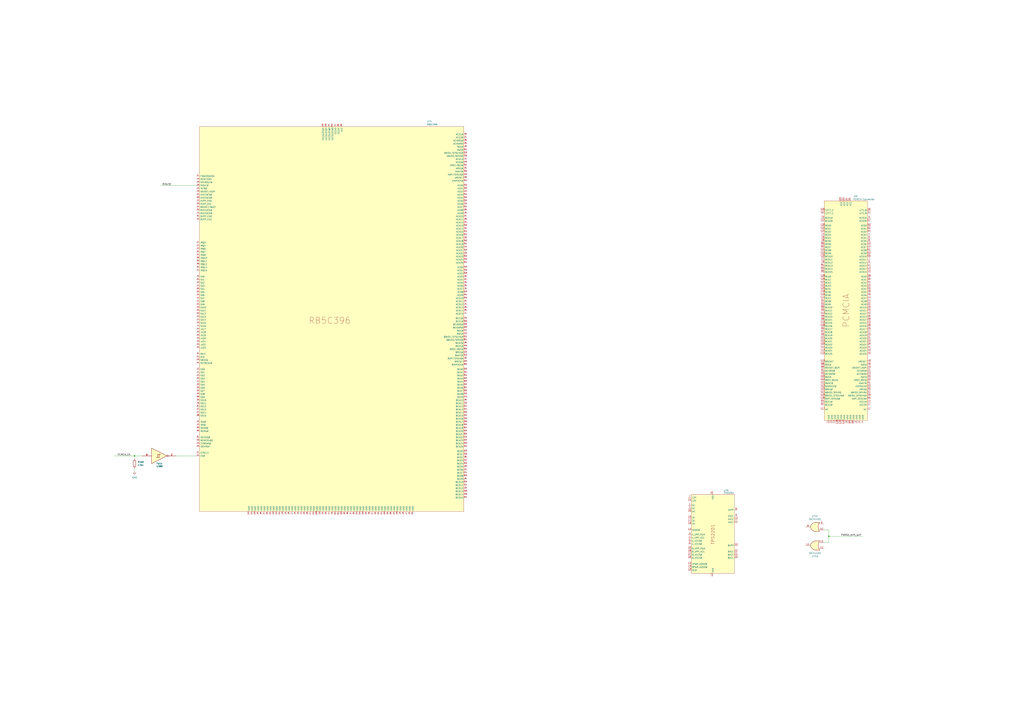
<source format=kicad_sch>
(kicad_sch (version 20250114) (generator "eeschema") (generator_version "9.0")
  (paper "A1")
  (title_block (title "PC110"))
  (lib_symbols
    (symbol "74xGxx:74LVC3G14"
      (property "Reference" "U" (at -2.54 7.62 0))
      (property "Value" "74LVC3G14" (at 2.54 -7.62 0))
      (symbol "74LVC3G14_1_1"
        (polyline (pts (xy -7.62 6.35) (xy -7.62 -6.35) (xy 5.08 0) (xy -7.62 6.35)) (stroke (width 0.254)) (fill (type background)))
        (polyline (pts (xy -3.81 -1.27) (xy -2.54 -1.27) (xy -2.54 1.27) (xy 0 1.27)) (stroke (width 0.254)) (fill (type background)))
        (polyline (pts (xy -2.54 -1.27) (xy -1.27 -1.27) (xy -1.27 1.27)) (stroke (width 0.254)) (fill (type background)))
        (pin input line (at -15.24 0 0) (length 7.62) (name "~") (number "1"))
        (pin output inverted (at 12.7 0 180) (length 7.62) (name "~") (number "7"))
      )
      (symbol "74LVC3G14_2_1"
        (polyline (pts (xy -7.62 6.35) (xy -7.62 -6.35) (xy 5.08 0) (xy -7.62 6.35)) (stroke (width 0.254)) (fill (type background)))
        (polyline (pts (xy -3.81 -1.27) (xy -2.54 -1.27) (xy -2.54 1.27) (xy 0 1.27)) (stroke (width 0.254)) (fill (type background)))
        (polyline (pts (xy -2.54 -1.27) (xy -1.27 -1.27) (xy -1.27 1.27)) (stroke (width 0.254)) (fill (type background)))
        (pin input line (at -15.24 0 0) (length 7.62) (name "~") (number "6"))
        (pin output inverted (at 12.7 0 180) (length 7.62) (name "~") (number "2"))
      )
      (symbol "74LVC3G14_3_1"
        (polyline (pts (xy -7.62 6.35) (xy -7.62 -6.35) (xy 5.08 0) (xy -7.62 6.35)) (stroke (width 0.254)) (fill (type background)))
        (polyline (pts (xy -3.81 -1.27) (xy -2.54 -1.27) (xy -2.54 1.27) (xy 0 1.27)) (stroke (width 0.254)) (fill (type background)))
        (polyline (pts (xy -2.54 -1.27) (xy -1.27 -1.27) (xy -1.27 1.27)) (stroke (width 0.254)) (fill (type background)))
        (pin input line (at -15.24 0 0) (length 7.62) (name "~") (number "3"))
        (pin output inverted (at 12.7 0 180) (length 7.62) (name "~") (number "5"))
      )
      (symbol "74LVC3G14_4_0"
        (rectangle (start -5.08 -5.08) (end 5.08 5.08) (stroke (width 0.254)) (fill (type background)))
      )
      (symbol "74LVC3G14_4_1"
        (pin power_in line (at 0 10.16 270) (length 5.08) (name "VCC") (number "8"))
        (pin power_in line (at 0 -10.16 90) (length 5.08) (name "GND") (number "4"))
      )
    )
    (symbol "74xx:74LS32" (pin_names (offset 1.016))
      (property "Reference" "U" (at 0 1.27 0))
      (property "Value" "74LS32" (at 0 -1.27 0))
      (symbol "74LS32_1_1"
        (arc (start -3.81 3.81) (mid -2.589 0) (end -3.81 -3.81) (stroke (width 0.254)))
        (polyline (pts (xy -3.81 3.81) (xy -0.635 3.81)) (stroke (width 0.254)) (fill (type background)))
        (polyline (pts (xy -3.81 -3.81) (xy -0.635 -3.81)) (stroke (width 0.254)) (fill (type background)))
        (arc (start 3.81 0) (mid 2.1855 -2.584) (end -0.6096 -3.81) (stroke (width 0.254)) (fill (type background)))
        (arc (start -0.6096 3.81) (mid 2.1928 2.5924) (end 3.81 0) (stroke (width 0.254)) (fill (type background)))
        (polyline (pts (xy -0.635 3.81) (xy -3.81 3.81) (xy -3.81 3.81) (xy -3.556 3.4036) (xy -3.0226 2.2606) (xy -2.6924 1.0414) (xy -2.6162 -0.254) (xy -2.7686 -1.4986) (xy -3.175 -2.7178) (xy -3.81 -3.81) (xy -3.81 -3.81) (xy -0.635 -3.81)) (stroke (width -25.4)) (fill (type background)))
        (pin input line (at -7.62 2.54 0) (length 4.318) (name "~") (number "1"))
        (pin input line (at -7.62 -2.54 0) (length 4.318) (name "~") (number "2"))
        (pin output line (at 7.62 0 180) (length 3.81) (name "~") (number "3"))
      )
      (symbol "74LS32_1_2"
        (arc (start 0 3.81) (mid 3.7934 0) (end 0 -3.81) (stroke (width 0.254)) (fill (type background)))
        (polyline (pts (xy 0 3.81) (xy -3.81 3.81) (xy -3.81 -3.81) (xy 0 -3.81)) (stroke (width 0.254)) (fill (type background)))
        (pin input inverted (at -7.62 2.54 0) (length 3.81) (name "~") (number "1"))
        (pin input inverted (at -7.62 -2.54 0) (length 3.81) (name "~") (number "2"))
        (pin output inverted (at 7.62 0 180) (length 3.81) (name "~") (number "3"))
      )
      (symbol "74LS32_2_1"
        (arc (start -3.81 3.81) (mid -2.589 0) (end -3.81 -3.81) (stroke (width 0.254)))
        (polyline (pts (xy -3.81 3.81) (xy -0.635 3.81)) (stroke (width 0.254)) (fill (type background)))
        (polyline (pts (xy -3.81 -3.81) (xy -0.635 -3.81)) (stroke (width 0.254)) (fill (type background)))
        (arc (start 3.81 0) (mid 2.1855 -2.584) (end -0.6096 -3.81) (stroke (width 0.254)) (fill (type background)))
        (arc (start -0.6096 3.81) (mid 2.1928 2.5924) (end 3.81 0) (stroke (width 0.254)) (fill (type background)))
        (polyline (pts (xy -0.635 3.81) (xy -3.81 3.81) (xy -3.81 3.81) (xy -3.556 3.4036) (xy -3.0226 2.2606) (xy -2.6924 1.0414) (xy -2.6162 -0.254) (xy -2.7686 -1.4986) (xy -3.175 -2.7178) (xy -3.81 -3.81) (xy -3.81 -3.81) (xy -0.635 -3.81)) (stroke (width -25.4)) (fill (type background)))
        (pin input line (at -7.62 2.54 0) (length 4.318) (name "~") (number "4"))
        (pin input line (at -7.62 -2.54 0) (length 4.318) (name "~") (number "5"))
        (pin output line (at 7.62 0 180) (length 3.81) (name "~") (number "6"))
      )
      (symbol "74LS32_2_2"
        (arc (start 0 3.81) (mid 3.7934 0) (end 0 -3.81) (stroke (width 0.254)) (fill (type background)))
        (polyline (pts (xy 0 3.81) (xy -3.81 3.81) (xy -3.81 -3.81) (xy 0 -3.81)) (stroke (width 0.254)) (fill (type background)))
        (pin input inverted (at -7.62 2.54 0) (length 3.81) (name "~") (number "4"))
        (pin input inverted (at -7.62 -2.54 0) (length 3.81) (name "~") (number "5"))
        (pin output inverted (at 7.62 0 180) (length 3.81) (name "~") (number "6"))
      )
      (symbol "74LS32_3_1"
        (arc (start -3.81 3.81) (mid -2.589 0) (end -3.81 -3.81) (stroke (width 0.254)))
        (polyline (pts (xy -3.81 3.81) (xy -0.635 3.81)) (stroke (width 0.254)) (fill (type background)))
        (polyline (pts (xy -3.81 -3.81) (xy -0.635 -3.81)) (stroke (width 0.254)) (fill (type background)))
        (arc (start 3.81 0) (mid 2.1855 -2.584) (end -0.6096 -3.81) (stroke (width 0.254)) (fill (type background)))
        (arc (start -0.6096 3.81) (mid 2.1928 2.5924) (end 3.81 0) (stroke (width 0.254)) (fill (type background)))
        (polyline (pts (xy -0.635 3.81) (xy -3.81 3.81) (xy -3.81 3.81) (xy -3.556 3.4036) (xy -3.0226 2.2606) (xy -2.6924 1.0414) (xy -2.6162 -0.254) (xy -2.7686 -1.4986) (xy -3.175 -2.7178) (xy -3.81 -3.81) (xy -3.81 -3.81) (xy -0.635 -3.81)) (stroke (width -25.4)) (fill (type background)))
        (pin input line (at -7.62 2.54 0) (length 4.318) (name "~") (number "9"))
        (pin input line (at -7.62 -2.54 0) (length 4.318) (name "~") (number "10"))
        (pin output line (at 7.62 0 180) (length 3.81) (name "~") (number "8"))
      )
      (symbol "74LS32_3_2"
        (arc (start 0 3.81) (mid 3.7934 0) (end 0 -3.81) (stroke (width 0.254)) (fill (type background)))
        (polyline (pts (xy 0 3.81) (xy -3.81 3.81) (xy -3.81 -3.81) (xy 0 -3.81)) (stroke (width 0.254)) (fill (type background)))
        (pin input inverted (at -7.62 2.54 0) (length 3.81) (name "~") (number "9"))
        (pin input inverted (at -7.62 -2.54 0) (length 3.81) (name "~") (number "10"))
        (pin output inverted (at 7.62 0 180) (length 3.81) (name "~") (number "8"))
      )
      (symbol "74LS32_4_1"
        (arc (start -3.81 3.81) (mid -2.589 0) (end -3.81 -3.81) (stroke (width 0.254)))
        (polyline (pts (xy -3.81 3.81) (xy -0.635 3.81)) (stroke (width 0.254)) (fill (type background)))
        (polyline (pts (xy -3.81 -3.81) (xy -0.635 -3.81)) (stroke (width 0.254)) (fill (type background)))
        (arc (start 3.81 0) (mid 2.1855 -2.584) (end -0.6096 -3.81) (stroke (width 0.254)) (fill (type background)))
        (arc (start -0.6096 3.81) (mid 2.1928 2.5924) (end 3.81 0) (stroke (width 0.254)) (fill (type background)))
        (polyline (pts (xy -0.635 3.81) (xy -3.81 3.81) (xy -3.81 3.81) (xy -3.556 3.4036) (xy -3.0226 2.2606) (xy -2.6924 1.0414) (xy -2.6162 -0.254) (xy -2.7686 -1.4986) (xy -3.175 -2.7178) (xy -3.81 -3.81) (xy -3.81 -3.81) (xy -0.635 -3.81)) (stroke (width -25.4)) (fill (type background)))
        (pin input line (at -7.62 2.54 0) (length 4.318) (name "~") (number "12"))
        (pin input line (at -7.62 -2.54 0) (length 4.318) (name "~") (number "13"))
        (pin output line (at 7.62 0 180) (length 3.81) (name "~") (number "11"))
      )
      (symbol "74LS32_4_2"
        (arc (start 0 3.81) (mid 3.7934 0) (end 0 -3.81) (stroke (width 0.254)) (fill (type background)))
        (polyline (pts (xy 0 3.81) (xy -3.81 3.81) (xy -3.81 -3.81) (xy 0 -3.81)) (stroke (width 0.254)) (fill (type background)))
        (pin input inverted (at -7.62 2.54 0) (length 3.81) (name "~") (number "12"))
        (pin input inverted (at -7.62 -2.54 0) (length 3.81) (name "~") (number "13"))
        (pin output inverted (at 7.62 0 180) (length 3.81) (name "~") (number "11"))
      )
      (symbol "74LS32_5_0"
        (pin power_in line (at 0 12.7 270) (length 5.08) (name "VCC") (number "14"))
        (pin power_in line (at 0 -12.7 90) (length 5.08) (name "GND") (number "7"))
      )
      (symbol "74LS32_5_1"
        (rectangle (start -5.08 7.62) (end 5.08 -7.62) (stroke (width 0.254)) (fill (type background)))
      )
    )
    (symbol "Device:R" (pin_numbers (hide yes)) (pin_names (offset 0))
      (property "Reference" "R" (at 2.032 0 90))
      (property "Value" "R" (at 0 0 90))
      (symbol "R_0_1"
        (rectangle (start -1.016 -2.54) (end 1.016 2.54) (stroke (width 0.254)))
      )
      (symbol "R_1_1"
        (pin passive line (at 0 3.81 270) (length 1.27) (name "~") (number "1"))
        (pin passive line (at 0 -3.81 90) (length 1.27) (name "~") (number "2"))
      )
    )
    (symbol "PC110:PCMCIA_Conn"
      (property "Reference" "U" (at -76.962 41.656 0))
      (symbol "PCMCIA_Conn_1_1"
        (rectangle (start -17.78 90.17) (end 17.78 -90.17) (fill (type color) (color 255 255 194 1)))
        (text "PCMCIA" (at 0.254 0 900) (effects (font (size 5.08 5.08))))
        (pin bidirectional line (at -20.32 82.55 0) (length 2.54) (name "C277_1") (number "106"))
        (pin bidirectional line (at -20.32 80.01 0) (length 2.54) (name "C277_1") (number "107"))
        (pin bidirectional line (at -20.32 76.2 0) (length 2.54) (name "BCD1#") (number "75"))
        (pin bidirectional line (at -20.32 73.66 0) (length 2.54) (name "BCD2#") (number "137"))
        (pin bidirectional line (at -20.32 69.85 0) (length 2.54) (name "BCD0") (number "130"))
        (pin bidirectional line (at -20.32 67.31 0) (length 2.54) (name "BCD1") (number "132"))
        (pin bidirectional line (at -20.32 64.77 0) (length 2.54) (name "BCD2") (number "134"))
        (pin bidirectional line (at -20.32 62.23 0) (length 2.54) (name "BCD3") (number "74"))
        (pin bidirectional line (at -20.32 59.69 0) (length 2.54) (name "BCD4") (number "76"))
        (pin bidirectional line (at -20.32 57.15 0) (length 2.54) (name "BCD5") (number "78"))
        (pin bidirectional line (at -20.32 54.61 0) (length 2.54) (name "BCD6") (number "80"))
        (pin bidirectional line (at -20.32 52.07 0) (length 2.54) (name "BCD7") (number "82"))
        (pin bidirectional line (at -20.32 49.53 0) (length 2.54) (name "BCD8") (number "131"))
        (pin bidirectional line (at -20.32 46.99 0) (length 2.54) (name "BCD9") (number "133"))
        (pin bidirectional line (at -20.32 44.45 0) (length 2.54) (name "BCD10") (number "135"))
        (pin bidirectional line (at -20.32 41.91 0) (length 2.54) (name "BCD11") (number "77"))
        (pin bidirectional line (at -20.32 39.37 0) (length 2.54) (name "BCD12") (number "79"))
        (pin bidirectional line (at -20.32 36.83 0) (length 2.54) (name "BCD13") (number "81"))
        (pin bidirectional line (at -20.32 34.29 0) (length 2.54) (name "BCD14") (number "83"))
        (pin bidirectional line (at -20.32 31.75 0) (length 2.54) (name "BCD15") (number "85"))
        (pin bidirectional line (at -20.32 27.94 0) (length 2.54) (name "BCA0") (number "128"))
        (pin bidirectional line (at -20.32 25.4 0) (length 2.54) (name "BCA1") (number "126"))
        (pin bidirectional line (at -20.32 22.86 0) (length 2.54) (name "BCA2") (number "124"))
        (pin bidirectional line (at -20.32 20.32 0) (length 2.54) (name "BCA3") (number "122"))
        (pin bidirectional line (at -20.32 17.78 0) (length 2.54) (name "BCA4") (number "120"))
        (pin bidirectional line (at -20.32 15.24 0) (length 2.54) (name "BCA5") (number "118"))
        (pin bidirectional line (at -20.32 12.7 0) (length 2.54) (name "BCA6") (number "116"))
        (pin bidirectional line (at -20.32 10.16 0) (length 2.54) (name "BCA7") (number "114"))
        (pin bidirectional line (at -20.32 7.62 0) (length 2.54) (name "BCA8") (number "94"))
        (pin bidirectional line (at -20.32 5.08 0) (length 2.54) (name "BCA9") (number "92"))
        (pin bidirectional line (at -20.32 2.54 0) (length 2.54) (name "BCA10") (number "86"))
        (pin bidirectional line (at -20.32 0 0) (length 2.54) (name "BCA11") (number "90"))
        (pin bidirectional line (at -20.32 -2.54 0) (length 2.54) (name "BCA12") (number "112"))
        (pin bidirectional line (at -20.32 -5.08 0) (length 2.54) (name "BCA13") (number "96"))
        (pin bidirectional line (at -20.32 -7.62 0) (length 2.54) (name "BCA14") (number "98"))
        (pin bidirectional line (at -20.32 -10.16 0) (length 2.54) (name "BCA15") (number "110"))
        (pin bidirectional line (at -20.32 -12.7 0) (length 2.54) (name "BCA16") (number "108"))
        (pin bidirectional line (at -20.32 -15.24 0) (length 2.54) (name "BCA17") (number "95"))
        (pin bidirectional line (at -20.32 -17.78 0) (length 2.54) (name "BCA18") (number "97"))
        (pin bidirectional line (at -20.32 -20.32 0) (length 2.54) (name "BCA19") (number "99"))
        (pin bidirectional line (at -20.32 -22.86 0) (length 2.54) (name "BCA20") (number "101"))
        (pin bidirectional line (at -20.32 -25.4 0) (length 2.54) (name "BCA21") (number "103"))
        (pin bidirectional line (at -20.32 -27.94 0) (length 2.54) (name "BCA22") (number "109"))
        (pin bidirectional line (at -20.32 -30.48 0) (length 2.54) (name "BCA23") (number "111"))
        (pin bidirectional line (at -20.32 -33.02 0) (length 2.54) (name "BCA24") (number "113"))
        (pin bidirectional line (at -20.32 -35.56 0) (length 2.54) (name "BCA25") (number "115"))
        (pin bidirectional line (at -20.32 -41.91 0) (length 2.54) (name "BRESET") (number "119"))
        (pin bidirectional line (at -20.32 -44.45 0) (length 2.54) (name "BOE#") (number "88"))
        (pin bidirectional line (at -20.32 -46.99 0) (length 2.54) (name "B5VDET_BGPI") (number "89"))
        (pin bidirectional line (at -20.32 -49.53 0) (length 2.54) (name "BCIORD#") (number "91"))
        (pin bidirectional line (at -20.32 -52.07 0) (length 2.54) (name "BCIOWR#") (number "93"))
        (pin bidirectional line (at -20.32 -54.61 0) (length 2.54) (name "BWE#") (number "100"))
        (pin bidirectional line (at -20.32 -57.15 0) (length 2.54) (name "BRDY_BSY#") (number "102"))
        (pin bidirectional line (at -20.32 -59.69 0) (length 2.54) (name "BWAIT#") (number "121"))
        (pin bidirectional line (at -20.32 -62.23 0) (length 2.54) (name "BINPACK#") (number "123"))
        (pin bidirectional line (at -20.32 -64.77 0) (length 2.54) (name "BREG#") (number "125"))
        (pin bidirectional line (at -20.32 -67.31 0) (length 2.54) (name "BBVD2_SPKR#") (number "127"))
        (pin bidirectional line (at -20.32 -69.85 0) (length 2.54) (name "BBVD1_STSCHG#") (number "129"))
        (pin bidirectional line (at -20.32 -72.39 0) (length 2.54) (name "BWP_IOIS16#") (number "136"))
        (pin bidirectional line (at -20.32 -74.93 0) (length 2.54) (name "BCE1#") (number "84"))
        (pin bidirectional line (at -20.32 -77.47 0) (length 2.54) (name "BCE2#") (number "87"))
        (pin bidirectional line (at -20.32 -81.28 0) (length 2.54) (name "NC") (number "117"))
        (pin power_in line (at -13.97 -92.71 90) (length 2.54) (name "GND") (number "71"))
        (pin power_in line (at -11.43 -92.71 90) (length 2.54) (name "GND") (number "72"))
        (pin power_in line (at -8.89 -92.71 90) (length 2.54) (name "GND") (number "73"))
        (pin power_in line (at -6.35 -92.71 90) (length 2.54) (name "GND") (number "138"))
        (pin power_in line (at -3.81 92.71 270) (length 2.54) (name "VCC") (number "105"))
        (pin power_in line (at -3.81 -92.71 90) (length 2.54) (name "GND") (number "139"))
        (pin power_in line (at -1.27 92.71 270) (length 2.54) (name "VCC") (number "104"))
        (pin power_in line (at -1.27 -92.71 90) (length 2.54) (name "GND") (number "140"))
        (pin power_in line (at 1.27 92.71 270) (length 2.54) (name "VCC") (number "34"))
        (pin power_in line (at 1.27 -92.71 90) (length 2.54) (name "GND") (number "70"))
        (pin power_in line (at 3.81 92.71 270) (length 2.54) (name "VCC") (number "35"))
        (pin power_in line (at 3.81 -92.71 90) (length 2.54) (name "GND") (number "69"))
        (pin power_in line (at 6.35 -92.71 90) (length 2.54) (name "GND") (number "68"))
        (pin power_in line (at 8.89 -92.71 90) (length 2.54) (name "GND") (number "3"))
        (pin power_in line (at 11.43 -92.71 90) (length 2.54) (name "GND") (number "2"))
        (pin power_in line (at 13.97 -92.71 90) (length 2.54) (name "GND") (number "1"))
        (pin bidirectional line (at 20.32 82.55 180) (length 2.54) (name "U71_8") (number "36"))
        (pin bidirectional line (at 20.32 80.01 180) (length 2.54) (name "U71_8") (number "37"))
        (pin bidirectional line (at 20.32 76.2 180) (length 2.54) (name "ACD1#") (number "5"))
        (pin bidirectional line (at 20.32 73.66 180) (length 2.54) (name "ACD2#") (number "67"))
        (pin bidirectional line (at 20.32 69.85 180) (length 2.54) (name "ACD0") (number "60"))
        (pin bidirectional line (at 20.32 67.31 180) (length 2.54) (name "ACD1") (number "62"))
        (pin bidirectional line (at 20.32 64.77 180) (length 2.54) (name "ACD2") (number "64"))
        (pin bidirectional line (at 20.32 62.23 180) (length 2.54) (name "ACD3") (number "4"))
        (pin bidirectional line (at 20.32 59.69 180) (length 2.54) (name "ACD4") (number "6"))
        (pin bidirectional line (at 20.32 57.15 180) (length 2.54) (name "ACD5") (number "8"))
        (pin bidirectional line (at 20.32 54.61 180) (length 2.54) (name "ACD6") (number "10"))
        (pin bidirectional line (at 20.32 52.07 180) (length 2.54) (name "ACD7") (number "12"))
        (pin bidirectional line (at 20.32 49.53 180) (length 2.54) (name "ACD8") (number "61"))
        (pin bidirectional line (at 20.32 46.99 180) (length 2.54) (name "ACD9") (number "63"))
        (pin bidirectional line (at 20.32 44.45 180) (length 2.54) (name "ACD10") (number "65"))
        (pin bidirectional line (at 20.32 41.91 180) (length 2.54) (name "ACD11") (number "7"))
        (pin bidirectional line (at 20.32 39.37 180) (length 2.54) (name "ACD12") (number "9"))
        (pin bidirectional line (at 20.32 36.83 180) (length 2.54) (name "ACD13") (number "11"))
        (pin bidirectional line (at 20.32 34.29 180) (length 2.54) (name "ACD14") (number "13"))
        (pin bidirectional line (at 20.32 31.75 180) (length 2.54) (name "ACD15") (number "15"))
        (pin bidirectional line (at 20.32 27.94 180) (length 2.54) (name "ACA0") (number "58"))
        (pin bidirectional line (at 20.32 25.4 180) (length 2.54) (name "ACA1") (number "56"))
        (pin bidirectional line (at 20.32 22.86 180) (length 2.54) (name "ACA2") (number "54"))
        (pin bidirectional line (at 20.32 20.32 180) (length 2.54) (name "ACA3") (number "52"))
        (pin bidirectional line (at 20.32 17.78 180) (length 2.54) (name "ACA4") (number "50"))
        (pin bidirectional line (at 20.32 15.24 180) (length 2.54) (name "ACA5") (number "48"))
        (pin bidirectional line (at 20.32 12.7 180) (length 2.54) (name "ACA6") (number "46"))
        (pin bidirectional line (at 20.32 10.16 180) (length 2.54) (name "ACA7") (number "44"))
        (pin bidirectional line (at 20.32 7.62 180) (length 2.54) (name "ACA8") (number "24"))
        (pin bidirectional line (at 20.32 5.08 180) (length 2.54) (name "ACA9") (number "22"))
        (pin bidirectional line (at 20.32 2.54 180) (length 2.54) (name "ACA10") (number "16"))
        (pin bidirectional line (at 20.32 0 180) (length 2.54) (name "ACA11") (number "20"))
        (pin bidirectional line (at 20.32 -2.54 180) (length 2.54) (name "ACA12") (number "42"))
        (pin bidirectional line (at 20.32 -5.08 180) (length 2.54) (name "ACA13") (number "26"))
        (pin bidirectional line (at 20.32 -7.62 180) (length 2.54) (name "ACA14") (number "28"))
        (pin bidirectional line (at 20.32 -10.16 180) (length 2.54) (name "ACA15") (number "40"))
        (pin bidirectional line (at 20.32 -12.7 180) (length 2.54) (name "ACA16") (number "38"))
        (pin bidirectional line (at 20.32 -15.24 180) (length 2.54) (name "ACA17") (number "25"))
        (pin bidirectional line (at 20.32 -17.78 180) (length 2.54) (name "ACA18") (number "27"))
        (pin bidirectional line (at 20.32 -20.32 180) (length 2.54) (name "ACA19") (number "29"))
        (pin bidirectional line (at 20.32 -22.86 180) (length 2.54) (name "ACA20") (number "31"))
        (pin bidirectional line (at 20.32 -25.4 180) (length 2.54) (name "ACA21") (number "33"))
        (pin bidirectional line (at 20.32 -27.94 180) (length 2.54) (name "ACA22") (number "39"))
        (pin bidirectional line (at 20.32 -30.48 180) (length 2.54) (name "ACA23") (number "41"))
        (pin bidirectional line (at 20.32 -33.02 180) (length 2.54) (name "ACA24") (number "43"))
        (pin bidirectional line (at 20.32 -35.56 180) (length 2.54) (name "ACA25") (number "45"))
        (pin bidirectional line (at 20.32 -41.91 180) (length 2.54) (name "ARESET") (number "49"))
        (pin bidirectional line (at 20.32 -44.45 180) (length 2.54) (name "AOE#") (number "18"))
        (pin bidirectional line (at 20.32 -46.99 180) (length 2.54) (name "A5VDET_AGPI") (number "19"))
        (pin bidirectional line (at 20.32 -49.53 180) (length 2.54) (name "ACIORD#") (number "21"))
        (pin bidirectional line (at 20.32 -52.07 180) (length 2.54) (name "ACIOWR#") (number "23"))
        (pin bidirectional line (at 20.32 -54.61 180) (length 2.54) (name "AWE#") (number "30"))
        (pin bidirectional line (at 20.32 -57.15 180) (length 2.54) (name "ARDY_BSY#") (number "32"))
        (pin bidirectional line (at 20.32 -59.69 180) (length 2.54) (name "AWAIT#") (number "51"))
        (pin bidirectional line (at 20.32 -62.23 180) (length 2.54) (name "AINPACK#") (number "53"))
        (pin bidirectional line (at 20.32 -64.77 180) (length 2.54) (name "AREG#") (number "55"))
        (pin bidirectional line (at 20.32 -67.31 180) (length 2.54) (name "ABVD2_SPKR#") (number "57"))
        (pin bidirectional line (at 20.32 -69.85 180) (length 2.54) (name "ABVD1_STSCHG#") (number "59"))
        (pin bidirectional line (at 20.32 -72.39 180) (length 2.54) (name "AWP_IOIS16#") (number "66"))
        (pin bidirectional line (at 20.32 -74.93 180) (length 2.54) (name "ACE1#") (number "14"))
        (pin bidirectional line (at 20.32 -77.47 180) (length 2.54) (name "ACE2#") (number "17"))
        (pin bidirectional line (at 20.32 -81.28 180) (length 2.54) (name "NC") (number "47"))
      )
    )
    (symbol "PC110:RB5C396"
      (property "Reference" "U" (at 106.172 -72.136 0))
      (symbol "RB5C396_1_1"
        (rectangle (start -107.95 160.02) (end 109.22 -156.21) (fill (type color) (color 255 255 194 1)))
        (text "RB5C396" (at -1.016 0.762 0) (effects (font (size 5.08 5.08))))
        (pin input line (at -110.49 119.38 0) (length 2.54) (name "POWERGOOD") (number "P1"))
        (pin input line (at -110.49 116.84 0) (length 2.54) (name "RESETDRV") (number "T3"))
        (pin output line (at -110.49 114.3 0) (length 2.54) (name "SPKROUT#") (number "N3"))
        (pin output line (at -110.49 111.76 0) (length 2.54) (name "RIOUT#") (number "C8"))
        (pin output line (at -110.49 109.22 0) (length 2.54) (name "INTR#") (number "L5"))
        (pin input line (at -110.49 106.68 0) (length 2.54) (name "A5VDET/AGPI") (number "P3"))
        (pin output line (at -110.49 104.14 0) (length 2.54) (name "AVCC3EN#") (number "P4"))
        (pin output line (at -110.49 101.6 0) (length 2.54) (name "AVCC5EN#") (number "M6"))
        (pin output line (at -110.49 99.06 0) (length 2.54) (name "AVPP_EN0") (number "T2"))
        (pin output line (at -110.49 96.52 0) (length 2.54) (name "AVPP_EN1") (number "M5"))
        (pin input line (at -110.49 93.98 0) (length 2.54) (name "B5VDET/BGPI") (number "N4"))
        (pin output line (at -110.49 91.44 0) (length 2.54) (name "BVCC3EN#") (number "R2"))
        (pin output line (at -110.49 88.9 0) (length 2.54) (name "BVCC5EN#") (number "T1"))
        (pin output line (at -110.49 86.36 0) (length 2.54) (name "BVPP_EN0") (number "R1"))
        (pin output line (at -110.49 83.82 0) (length 2.54) (name "BVPP_EN1") (number "P2"))
        (pin output line (at -110.49 64.77 0) (length 2.54) (name "IRQ3") (number "E1"))
        (pin output line (at -110.49 62.23 0) (length 2.54) (name "IRQ4") (number "F4"))
        (pin output line (at -110.49 59.69 0) (length 2.54) (name "IRQ5") (number "F2"))
        (pin output line (at -110.49 57.15 0) (length 2.54) (name "IRQ7") (number "G1"))
        (pin output line (at -110.49 54.61 0) (length 2.54) (name "IRQ9") (number "N1"))
        (pin output line (at -110.49 52.07 0) (length 2.54) (name "IRQ10") (number "D5"))
        (pin output line (at -110.49 49.53 0) (length 2.54) (name "IRQ11") (number "B2"))
        (pin output line (at -110.49 46.99 0) (length 2.54) (name "IRQ12") (number "B3"))
        (pin output line (at -110.49 44.45 0) (length 2.54) (name "IRQ14") (number "B4"))
        (pin output line (at -110.49 41.91 0) (length 2.54) (name "IRQ15") (number "C4"))
        (pin input line (at -110.49 36.83 0) (length 2.54) (name "SA0") (number "F5"))
        (pin input line (at -110.49 34.29 0) (length 2.54) (name "SA1") (number "D4"))
        (pin input line (at -110.49 31.75 0) (length 2.54) (name "SA2") (number "C2"))
        (pin input line (at -110.49 29.21 0) (length 2.54) (name "SA3") (number "E4"))
        (pin input line (at -110.49 26.67 0) (length 2.54) (name "SA4") (number "G5"))
        (pin input line (at -110.49 24.13 0) (length 2.54) (name "SA5") (number "D2"))
        (pin input line (at -110.49 21.59 0) (length 2.54) (name "SA6") (number "E3"))
        (pin input line (at -110.49 19.05 0) (length 2.54) (name "SA7") (number "E2"))
        (pin input line (at -110.49 16.51 0) (length 2.54) (name "SA8") (number "F1"))
        (pin input line (at -110.49 13.97 0) (length 2.54) (name "SA9") (number "G4"))
        (pin input line (at -110.49 11.43 0) (length 2.54) (name "SA10") (number "F3"))
        (pin input line (at -110.49 8.89 0) (length 2.54) (name "SA11") (number "G2"))
        (pin input line (at -110.49 6.35 0) (length 2.54) (name "SA12") (number "G3"))
        (pin input line (at -110.49 3.81 0) (length 2.54) (name "SA13") (number "H2"))
        (pin input line (at -110.49 1.27 0) (length 2.54) (name "SA14") (number "H4"))
        (pin input line (at -110.49 -1.27 0) (length 2.54) (name "SA15") (number "H3"))
        (pin input line (at -110.49 -3.81 0) (length 2.54) (name "SA16") (number "J1"))
        (pin input line (at -110.49 -6.35 0) (length 2.54) (name "LA17") (number "A4"))
        (pin input line (at -110.49 -8.89 0) (length 2.54) (name "LA18") (number "C5"))
        (pin input line (at -110.49 -11.43 0) (length 2.54) (name "LA19") (number "A3"))
        (pin input line (at -110.49 -13.97 0) (length 2.54) (name "LA20") (number "E6"))
        (pin input line (at -110.49 -16.51 0) (length 2.54) (name "LA21") (number "A2"))
        (pin input line (at -110.49 -19.05 0) (length 2.54) (name "LA22") (number "A1"))
        (pin input line (at -110.49 -21.59 0) (length 2.54) (name "LA23") (number "E5"))
        (pin input line (at -110.49 -26.67 0) (length 2.54) (name "BALE") (number "D1"))
        (pin input line (at -110.49 -29.21 0) (length 2.54) (name "AEN") (number "K1"))
        (pin input line (at -110.49 -31.75 0) (length 2.54) (name "SBHE#") (number "C3"))
        (pin input line (at -110.49 -34.29 0) (length 2.54) (name "REFRESH#") (number "H1"))
        (pin bidirectional line (at -110.49 -39.37 0) (length 2.54) (name "SD0") (number "K2"))
        (pin bidirectional line (at -110.49 -41.91 0) (length 2.54) (name "SD1") (number "L1"))
        (pin bidirectional line (at -110.49 -44.45 0) (length 2.54) (name "SD2") (number "L2"))
        (pin bidirectional line (at -110.49 -46.99 0) (length 2.54) (name "SD3") (number "M1"))
        (pin bidirectional line (at -110.49 -49.53 0) (length 2.54) (name "SD4") (number "L4"))
        (pin bidirectional line (at -110.49 -52.07 0) (length 2.54) (name "SD5") (number "M2"))
        (pin bidirectional line (at -110.49 -54.61 0) (length 2.54) (name "SD6") (number "M3"))
        (pin bidirectional line (at -110.49 -57.15 0) (length 2.54) (name "SD7") (number "N2"))
        (pin bidirectional line (at -110.49 -59.69 0) (length 2.54) (name "SD8") (number "A5"))
        (pin bidirectional line (at -110.49 -62.23 0) (length 2.54) (name "SD9") (number "B6"))
        (pin bidirectional line (at -110.49 -64.77 0) (length 2.54) (name "SD10") (number "C6"))
        (pin bidirectional line (at -110.49 -67.31 0) (length 2.54) (name "SD11") (number "A6"))
        (pin bidirectional line (at -110.49 -69.85 0) (length 2.54) (name "SD12") (number "B7"))
        (pin bidirectional line (at -110.49 -72.39 0) (length 2.54) (name "SD13") (number "C7"))
        (pin bidirectional line (at -110.49 -74.93 0) (length 2.54) (name "SD14") (number "A7"))
        (pin bidirectional line (at -110.49 -77.47 0) (length 2.54) (name "SD15") (number "B8"))
        (pin input line (at -110.49 -82.55 0) (length 2.54) (name "IOW#") (number "J2"))
        (pin input line (at -110.49 -85.09 0) (length 2.54) (name "IOR#") (number "J3"))
        (pin input line (at -110.49 -87.63 0) (length 2.54) (name "MEMR#") (number "B5"))
        (pin input line (at -110.49 -90.17 0) (length 2.54) (name "MEMW#") (number "D6"))
        (pin output line (at -110.49 -95.25 0) (length 2.54) (name "IOCS16#") (number "B1"))
        (pin output line (at -110.49 -97.79 0) (length 2.54) (name "MEMCS16#") (number "D3"))
        (pin output line (at -110.49 -100.33 0) (length 2.54) (name "ZEROWS#") (number "L3"))
        (pin output line (at -110.49 -102.87 0) (length 2.54) (name "IOCHRDY") (number "K3"))
        (pin input line (at -110.49 -107.95 0) (length 2.54) (name "SYSCLK") (number "C1"))
        (pin input line (at -110.49 -110.49 0) (length 2.54) (name "CS#") (number "M4"))
        (pin power_in line (at -67.31 -158.75 90) (length 2.54) (name "GND") (number "K12"))
        (pin power_in line (at -64.77 -158.75 90) (length 2.54) (name "GND") (number "K11"))
        (pin power_in line (at -62.23 -158.75 90) (length 2.54) (name "GND") (number "K10"))
        (pin power_in line (at -59.69 -158.75 90) (length 2.54) (name "GND") (number "K9"))
        (pin power_in line (at -57.15 -158.75 90) (length 2.54) (name "GND") (number "K8"))
        (pin power_in line (at -54.61 -158.75 90) (length 2.54) (name "GND") (number "K7"))
        (pin power_in line (at -52.07 -158.75 90) (length 2.54) (name "GND") (number "K6"))
        (pin power_in line (at -49.53 -158.75 90) (length 2.54) (name "GND") (number "K5"))
        (pin power_in line (at -46.99 -158.75 90) (length 2.54) (name "GND") (number "J13"))
        (pin power_in line (at -44.45 -158.75 90) (length 2.54) (name "GND") (number "J12"))
        (pin power_in line (at -41.91 -158.75 90) (length 2.54) (name "GND") (number "J11"))
        (pin power_in line (at -39.37 -158.75 90) (length 2.54) (name "GND") (number "J10"))
        (pin power_in line (at -36.83 -158.75 90) (length 2.54) (name "GND") (number "J9"))
        (pin power_in line (at -34.29 -158.75 90) (length 2.54) (name "GND") (number "J8"))
        (pin power_in line (at -31.75 -158.75 90) (length 2.54) (name "GND") (number "J7"))
        (pin power_in line (at -29.21 -158.75 90) (length 2.54) (name "GND") (number "J6"))
        (pin power_in line (at -26.67 -158.75 90) (length 2.54) (name "GND") (number "J5"))
        (pin power_in line (at -24.13 -158.75 90) (length 2.54) (name "GND") (number "J4"))
        (pin power_in line (at -21.59 -158.75 90) (length 2.54) (name "GND") (number "E9"))
        (pin power_in line (at -19.05 -158.75 90) (length 2.54) (name "GND") (number "E8"))
        (pin power_in line (at -16.51 -158.75 90) (length 2.54) (name "GND") (number "E7"))
        (pin power_in line (at -13.97 -158.75 90) (length 2.54) (name "GND") (number "E11"))
        (pin power_in line (at -11.43 -158.75 90) (length 2.54) (name "GND") (number "F100"))
        (pin power_in line (at -8.89 -158.75 90) (length 2.54) (name "GND") (number "F10"))
        (pin power_in line (at -6.35 162.56 270) (length 2.54) (name "VCCSLOT#1") (number "H13"))
        (pin power_in line (at -6.35 -158.75 90) (length 2.54) (name "GND") (number "F9"))
        (pin power_in line (at -3.81 162.56 270) (length 2.54) (name "VCCSLOT#1") (number "E10"))
        (pin power_in line (at -3.81 -158.75 90) (length 2.54) (name "GND") (number "F8"))
        (pin power_in line (at -1.27 162.56 270) (length 2.54) (name "VCCSLOT#0") (number "N7"))
        (pin power_in line (at -1.27 -158.75 90) (length 2.54) (name "GND") (number "F7"))
        (pin power_in line (at 1.27 162.56 270) (length 2.54) (name "VCCSLOT#0") (number "N12"))
        (pin power_in line (at 1.27 -158.75 90) (length 2.54) (name "GND") (number "F6"))
        (pin power_in line (at 3.81 162.56 270) (length 2.54) (name "VCCAT") (number "K4"))
        (pin power_in line (at 3.81 -158.75 90) (length 2.54) (name "GND") (number "G12"))
        (pin power_in line (at 6.35 162.56 270) (length 2.54) (name "VCCAT") (number "D8"))
        (pin power_in line (at 6.35 -158.75 90) (length 2.54) (name "GND") (number "G11"))
        (pin power_in line (at 8.89 162.56 270) (length 2.54) (name "VCC") (number "N8"))
        (pin power_in line (at 8.89 -158.75 90) (length 2.54) (name "GND") (number "G10"))
        (pin power_in line (at 11.43 -158.75 90) (length 2.54) (name "GND") (number "G9"))
        (pin power_in line (at 13.97 -158.75 90) (length 2.54) (name "GND") (number "G8"))
        (pin power_in line (at 16.51 -158.75 90) (length 2.54) (name "GND") (number "G7"))
        (pin power_in line (at 19.05 -158.75 90) (length 2.54) (name "GND") (number "G6"))
        (pin power_in line (at 21.59 -158.75 90) (length 2.54) (name "GND") (number "H12"))
        (pin power_in line (at 24.13 -158.75 90) (length 2.54) (name "GND") (number "H11"))
        (pin power_in line (at 26.67 -158.75 90) (length 2.54) (name "GND") (number "H10"))
        (pin power_in line (at 29.21 -158.75 90) (length 2.54) (name "GND") (number "H9"))
        (pin power_in line (at 31.75 -158.75 90) (length 2.54) (name "GND") (number "H8"))
        (pin power_in line (at 34.29 -158.75 90) (length 2.54) (name "GND") (number "H7"))
        (pin power_in line (at 36.83 -158.75 90) (length 2.54) (name "GND") (number "H6"))
        (pin power_in line (at 39.37 -158.75 90) (length 2.54) (name "GND") (number "H5"))
        (pin power_in line (at 41.91 -158.75 90) (length 2.54) (name "GND") (number "D7"))
        (pin power_in line (at 44.45 -158.75 90) (length 2.54) (name "GND") (number "M10"))
        (pin power_in line (at 46.99 -158.75 90) (length 2.54) (name "GND") (number "M9"))
        (pin power_in line (at 49.53 -158.75 90) (length 2.54) (name "GND") (number "M8"))
        (pin power_in line (at 52.07 -158.75 90) (length 2.54) (name "GND") (number "L11"))
        (pin power_in line (at 54.61 -158.75 90) (length 2.54) (name "GND") (number "L10"))
        (pin power_in line (at 57.15 -158.75 90) (length 2.54) (name "GND") (number "L9"))
        (pin power_in line (at 59.69 -158.75 90) (length 2.54) (name "GND") (number "L8"))
        (pin power_in line (at 62.23 -158.75 90) (length 2.54) (name "GND") (number "L7"))
        (pin power_in line (at 64.77 -158.75 90) (length 2.54) (name "GND") (number "L6"))
        (pin power_in line (at 67.31 -158.75 90) (length 2.54) (name "GND") (number "N9"))
        (pin output line (at 111.76 153.67 180) (length 2.54) (name "ACE1#") (number "P6"))
        (pin output line (at 111.76 151.13 180) (length 2.54) (name "ACE2#") (number "P7"))
        (pin output line (at 111.76 148.59 180) (length 2.54) (name "ACIORD#") (number "P8"))
        (pin output line (at 111.76 146.05 180) (length 2.54) (name "ACIOWR#") (number "P9"))
        (pin output line (at 111.76 143.51 180) (length 2.54) (name "AOE#") (number "T8"))
        (pin output line (at 111.76 140.97 180) (length 2.54) (name "AWE#") (number "R11"))
        (pin input line (at 111.76 138.43 180) (length 2.54) (name "ABVD1/STSCHG#") (number "M13"))
        (pin input line (at 111.76 135.89 180) (length 2.54) (name "ABVD2/SPKR#") (number "P16"))
        (pin input line (at 111.76 133.35 180) (length 2.54) (name "ACD1#") (number "T4"))
        (pin input line (at 111.76 130.81 180) (length 2.54) (name "ACD2#") (number "L16"))
        (pin input line (at 111.76 128.27 180) (length 2.54) (name "ARDY/BSY#") (number "N11"))
        (pin output line (at 111.76 125.73 180) (length 2.54) (name "AREG#") (number "R3"))
        (pin input line (at 111.76 123.19 180) (length 2.54) (name "AWAIT#") (number "R16"))
        (pin input line (at 111.76 120.65 180) (length 2.54) (name "AWP/IOIS16#") (number "L13"))
        (pin output line (at 111.76 118.11 180) (length 2.54) (name "ARESET") (number "T16"))
        (pin input line (at 111.76 115.57 180) (length 2.54) (name "AINPACK#") (number "N14"))
        (pin output line (at 111.76 111.76 180) (length 2.54) (name "ACA0") (number "P15"))
        (pin output line (at 111.76 109.22 180) (length 2.54) (name "ACA1") (number "N13"))
        (pin output line (at 111.76 106.68 180) (length 2.54) (name "ACA2") (number "L12"))
        (pin output line (at 111.76 104.14 180) (length 2.54) (name "ACA3") (number "P14"))
        (pin output line (at 111.76 101.6 180) (length 2.54) (name "ACA4") (number "M12"))
        (pin output line (at 111.76 99.06 180) (length 2.54) (name "ACA5") (number "R15"))
        (pin output line (at 111.76 96.52 180) (length 2.54) (name "ACA6") (number "T15"))
        (pin output line (at 111.76 93.98 180) (length 2.54) (name "ACA7") (number "M11"))
        (pin output line (at 111.76 91.44 180) (length 2.54) (name "ACA8") (number "R9"))
        (pin output line (at 111.76 88.9 180) (length 2.54) (name "ACA9") (number "T9"))
        (pin output line (at 111.76 86.36 180) (length 2.54) (name "ACA10") (number "R7"))
        (pin output line (at 111.76 83.82 180) (length 2.54) (name "ACA11") (number "R8"))
        (pin output line (at 111.76 81.28 180) (length 2.54) (name "ACA12") (number "T14"))
        (pin output line (at 111.76 78.74 180) (length 2.54) (name "ACA13") (number "P10"))
        (pin output line (at 111.76 76.2 180) (length 2.54) (name "ACA14") (number "T11"))
        (pin output line (at 111.76 73.66 180) (length 2.54) (name "ACA15") (number "P12"))
        (pin output line (at 111.76 71.12 180) (length 2.54) (name "ACA16") (number "R12"))
        (pin output line (at 111.76 68.58 180) (length 2.54) (name "ACA17") (number "T10"))
        (pin output line (at 111.76 66.04 180) (length 2.54) (name "ACA18") (number "R10"))
        (pin output line (at 111.76 63.5 180) (length 2.54) (name "ACA19") (number "P11"))
        (pin output line (at 111.76 60.96 180) (length 2.54) (name "ACA20") (number "T12"))
        (pin output line (at 111.76 58.42 180) (length 2.54) (name "ACA21") (number "N10"))
        (pin output line (at 111.76 55.88 180) (length 2.54) (name "ACA22") (number "T13"))
        (pin output line (at 111.76 53.34 180) (length 2.54) (name "ACA23") (number "R13"))
        (pin output line (at 111.76 50.8 180) (length 2.54) (name "ACA24") (number "P13"))
        (pin output line (at 111.76 48.26 180) (length 2.54) (name "ACA25") (number "R14"))
        (pin bidirectional line (at 111.76 44.45 180) (length 2.54) (name "ACD0") (number "N16"))
        (pin bidirectional line (at 111.76 41.91 180) (length 2.54) (name "ACD1") (number "N15"))
        (pin bidirectional line (at 111.76 39.37 180) (length 2.54) (name "ACD2") (number "M16"))
        (pin bidirectional line (at 111.76 36.83 180) (length 2.54) (name "ACD3") (number "N5"))
        (pin bidirectional line (at 111.76 34.29 180) (length 2.54) (name "ACD4") (number "M7"))
        (pin bidirectional line (at 111.76 31.75 180) (length 2.54) (name "ACD5") (number "P5"))
        (pin bidirectional line (at 111.76 29.21 180) (length 2.54) (name "ACD6") (number "R5"))
        (pin bidirectional line (at 111.76 26.67 180) (length 2.54) (name "ACD7") (number "T6"))
        (pin bidirectional line (at 111.76 24.13 180) (length 2.54) (name "ACD8") (number "K13"))
        (pin bidirectional line (at 111.76 21.59 180) (length 2.54) (name "ACD9") (number "M14"))
        (pin bidirectional line (at 111.76 19.05 180) (length 2.54) (name "ACD10") (number "M15"))
        (pin bidirectional line (at 111.76 16.51 180) (length 2.54) (name "ACD11") (number "R4"))
        (pin bidirectional line (at 111.76 13.97 180) (length 2.54) (name "ACD12") (number "T5"))
        (pin bidirectional line (at 111.76 11.43 180) (length 2.54) (name "ACD13") (number "N6"))
        (pin bidirectional line (at 111.76 8.89 180) (length 2.54) (name "ACD14") (number "R6"))
        (pin bidirectional line (at 111.76 6.35 180) (length 2.54) (name "ACD15") (number "T7"))
        (pin output line (at 111.76 2.54 180) (length 2.54) (name "BCE2#") (number "F16"))
        (pin output line (at 111.76 0 180) (length 2.54) (name "BCE1#") (number "G16"))
        (pin output line (at 111.76 -2.54 180) (length 2.54) (name "BCIORD#") (number "E16"))
        (pin output line (at 111.76 -5.08 180) (length 2.54) (name "BCIOWR#") (number "G13"))
        (pin output line (at 111.76 -7.62 180) (length 2.54) (name "BOE#") (number "F14"))
        (pin output line (at 111.76 -10.16 180) (length 2.54) (name "BWE#") (number "F12"))
        (pin input line (at 111.76 -12.7 180) (length 2.54) (name "BBVD1/STSCHG#") (number "C11"))
        (pin input line (at 111.76 -15.24 180) (length 2.54) (name "BBVD2/SPKR#") (number "B11"))
        (pin input line (at 111.76 -17.78 180) (length 2.54) (name "BCD2#") (number "A8"))
        (pin input line (at 111.76 -20.32 180) (length 2.54) (name "BCD1#") (number "K16"))
        (pin input line (at 111.76 -22.86 180) (length 2.54) (name "BRDY/BSY#") (number "B16"))
        (pin output line (at 111.76 -25.4 180) (length 2.54) (name "BREG#") (number "L15"))
        (pin input line (at 111.76 -27.94 180) (length 2.54) (name "BWAIT#") (number "C12"))
        (pin input line (at 111.76 -30.48 180) (length 2.54) (name "BWP/IOIS16#") (number "C9"))
        (pin output line (at 111.76 -33.02 180) (length 2.54) (name "BRESET") (number "A13"))
        (pin input line (at 111.76 -35.56 180) (length 2.54) (name "BINPACK#") (number "B12"))
        (pin bidirectional line (at 111.76 -39.37 180) (length 2.54) (name "BCA0") (number "D10"))
        (pin bidirectional line (at 111.76 -41.91 180) (length 2.54) (name "BCA1") (number "A11"))
        (pin bidirectional line (at 111.76 -44.45 180) (length 2.54) (name "BCA2") (number "D11"))
        (pin bidirectional line (at 111.76 -46.99 180) (length 2.54) (name "BCA3") (number "A12"))
        (pin bidirectional line (at 111.76 -49.53 180) (length 2.54) (name "BCA4") (number "B13"))
        (pin bidirectional line (at 111.76 -52.07 180) (length 2.54) (name "BCA5") (number "D12"))
        (pin bidirectional line (at 111.76 -54.61 180) (length 2.54) (name "BCA6") (number "B14"))
        (pin bidirectional line (at 111.76 -57.15 180) (length 2.54) (name "BCA7") (number "D13"))
        (pin bidirectional line (at 111.76 -59.69 180) (length 2.54) (name "BCA8") (number "E15"))
        (pin bidirectional line (at 111.76 -62.23 180) (length 2.54) (name "BCA9") (number "F13"))
        (pin bidirectional line (at 111.76 -64.77 180) (length 2.54) (name "BCA10") (number "D9"))
        (pin bidirectional line (at 111.76 -67.31 180) (length 2.54) (name "BCA11") (number "F15"))
        (pin bidirectional line (at 111.76 -69.85 180) (length 2.54) (name "BCA12") (number "C14"))
        (pin bidirectional line (at 111.76 -72.39 180) (length 2.54) (name "BCA13") (number "E14"))
        (pin bidirectional line (at 111.76 -74.93 180) (length 2.54) (name "BCA14") (number "C16"))
        (pin bidirectional line (at 111.76 -77.47 180) (length 2.54) (name "BCA15") (number "E12"))
        (pin bidirectional line (at 111.76 -80.01 180) (length 2.54) (name "BCA16") (number "A16"))
        (pin bidirectional line (at 111.76 -82.55 180) (length 2.54) (name "BCA17") (number "D16"))
        (pin bidirectional line (at 111.76 -85.09 180) (length 2.54) (name "BCA18") (number "D15"))
        (pin bidirectional line (at 111.76 -87.63 180) (length 2.54) (name "BCA19") (number "D14"))
        (pin bidirectional line (at 111.76 -90.17 180) (length 2.54) (name "BCA20") (number "C15"))
        (pin bidirectional line (at 111.76 -92.71 180) (length 2.54) (name "BCA21") (number "B15"))
        (pin bidirectional line (at 111.76 -95.25 180) (length 2.54) (name "BCA22") (number "E13"))
        (pin bidirectional line (at 111.76 -97.79 180) (length 2.54) (name "BCA23") (number "A15"))
        (pin bidirectional line (at 111.76 -100.33 180) (length 2.54) (name "BCA24") (number "C13"))
        (pin bidirectional line (at 111.76 -102.87 180) (length 2.54) (name "BCA25") (number "A14"))
        (pin bidirectional line (at 111.76 -106.68 180) (length 2.54) (name "BCD0") (number "A10"))
        (pin bidirectional line (at 111.76 -109.22 180) (length 2.54) (name "BCD1") (number "C10"))
        (pin bidirectional line (at 111.76 -111.76 180) (length 2.54) (name "BCD2") (number "B9"))
        (pin bidirectional line (at 111.76 -114.3 180) (length 2.54) (name "BCD3") (number "L14"))
        (pin bidirectional line (at 111.76 -116.84 180) (length 2.54) (name "BCD4") (number "K15"))
        (pin bidirectional line (at 111.76 -119.38 180) (length 2.54) (name "BCD5") (number "J16"))
        (pin bidirectional line (at 111.76 -121.92 180) (length 2.54) (name "BCD6") (number "J14"))
        (pin bidirectional line (at 111.76 -124.46 180) (length 2.54) (name "BCD7") (number "H14"))
        (pin bidirectional line (at 111.76 -127 180) (length 2.54) (name "BCD8") (number "B10"))
        (pin bidirectional line (at 111.76 -129.54 180) (length 2.54) (name "BCD9") (number "A9"))
        (pin bidirectional line (at 111.76 -132.08 180) (length 2.54) (name "BCD10") (number "G15"))
        (pin bidirectional line (at 111.76 -134.62 180) (length 2.54) (name "BCD11") (number "K14"))
        (pin bidirectional line (at 111.76 -137.16 180) (length 2.54) (name "BCD12") (number "J15"))
        (pin bidirectional line (at 111.76 -139.7 180) (length 2.54) (name "BCD13") (number "H16"))
        (pin bidirectional line (at 111.76 -142.24 180) (length 2.54) (name "BCD14") (number "H15"))
        (pin bidirectional line (at 111.76 -144.78 180) (length 2.54) (name "BCD15") (number "G14"))
      )
    )
    (symbol "PC110:TPS2201"
      (property "Reference" "U" (at 7.874 34.29 0))
      (symbol "TPS2201_1_1"
        (rectangle (start -17.78 33.02) (end 17.78 -31.75) (fill (type color) (color 255 255 194 1)))
        (text "TPS2201" (at 0 0.254 900) (effects (font (size 2.54 2.54))))
        (pin power_in line (at -20.32 30.48 0) (length 2.54) (name "12V") (number "7"))
        (pin power_in line (at -20.32 27.94 0) (length 2.54) (name "12V") (number "24"))
        (pin power_in line (at -20.32 24.13 0) (length 2.54) (name "5V") (number "1"))
        (pin power_in line (at -20.32 21.59 0) (length 2.54) (name "5V") (number "2"))
        (pin power_in line (at -20.32 19.05 0) (length 2.54) (name "5V") (number "30"))
        (pin power_in line (at -20.32 13.97 0) (length 2.54) (name "3V") (number "15"))
        (pin power_in line (at -20.32 11.43 0) (length 2.54) (name "3V") (number "17"))
        (pin power_in line (at -20.32 8.89 0) (length 2.54) (name "3V") (number "16"))
        (pin output line (at -20.32 3.81 0) (length 2.54) (name "SHDN#") (number "14"))
        (pin input line (at -20.32 0 0) (length 2.54) (name "A_VPP_PGM") (number "3"))
        (pin input line (at -20.32 -2.54 0) (length 2.54) (name "A_VPP_VCC") (number "4"))
        (pin input line (at -20.32 -5.08 0) (length 2.54) (name "A_VCC5#") (number "5"))
        (pin input line (at -20.32 -7.62 0) (length 2.54) (name "A_VCC3#") (number "6"))
        (pin input line (at -20.32 -11.43 0) (length 2.54) (name "B_VPP_PGM") (number "29"))
        (pin input line (at -20.32 -13.97 0) (length 2.54) (name "B_VPP_VCC") (number "28"))
        (pin input line (at -20.32 -16.51 0) (length 2.54) (name "B_VCC5#") (number "27"))
        (pin input line (at -20.32 -19.05 0) (length 2.54) (name "B_VCC3#") (number "26"))
        (pin output line (at -20.32 -24.13 0) (length 2.54) (name "APWR_GOOD#") (number "13"))
        (pin output line (at -20.32 -26.67 0) (length 2.54) (name "BPWR_GOOD#") (number "19"))
        (pin output line (at -20.32 -29.21 0) (length 2.54) (name "OC#") (number "18"))
        (pin power_in line (at 0 35.56 270) (length 2.54) (name "VDD") (number "25"))
        (pin power_in line (at 0 -34.29 90) (length 2.54) (name "GND") (number "12"))
        (pin power_out line (at 20.32 20.32 180) (length 2.54) (name "AVPP") (number "8"))
        (pin power_out line (at 20.32 15.24 180) (length 2.54) (name "AVCC") (number "9"))
        (pin power_out line (at 20.32 12.7 180) (length 2.54) (name "AVCC") (number "10"))
        (pin power_out line (at 20.32 10.16 180) (length 2.54) (name "AVCC") (number "11"))
        (pin power_out line (at 20.32 -8.89 180) (length 2.54) (name "BVPP") (number "23"))
        (pin power_out line (at 20.32 -13.97 180) (length 2.54) (name "BVCC") (number "22"))
        (pin power_out line (at 20.32 -16.51 180) (length 2.54) (name "BVCC") (number "21"))
        (pin power_out line (at 20.32 -19.05 180) (length 2.54) (name "BVCC") (number "20"))
      )
    )
    (symbol "power:GND" (power) (pin_numbers (hide yes)) (pin_names (offset 0) (hide yes))
      (property "Value" "GND" (at 0 -3.81 0))
      (symbol "GND_0_1"
        (polyline (pts (xy 0 0) (xy 0 -1.27) (xy 1.27 -1.27) (xy 0 -2.54) (xy -1.27 -1.27) (xy 0 -1.27)))
      )
      (symbol "GND_1_1"
        (pin power_in line (at 0 0 270) (length 0) (name "~") (number "1"))
      )
    )
  )
  (junction (at 110.49 374.65))
  (junction (at 680.72 440.69))
  (wire (pts (xy 680.72 440.69) (xy 708.66 440.69)))
  (wire (pts (xy 132.08 152.4) (xy 161.29 152.4)))
  (wire (pts (xy 110.49 374.65) (xy 110.49 377.19)))
  (wire (pts (xy 110.49 384.81) (xy 110.49 387.35)))
  (wire (pts (xy 680.72 435.61) (xy 676.91 435.61)))
  (wire (pts (xy 110.49 374.65) (xy 116.84 374.65)))
  (wire (pts (xy 144.78 374.65) (xy 161.29 374.65)))
  (wire (pts (xy 680.72 440.69) (xy 680.72 445.77)))
  (wire (pts (xy 680.72 445.77) (xy 676.91 445.77)))
  (wire (pts (xy 93.98 374.65) (xy 110.49 374.65)))
  (wire (pts (xy 680.72 440.69) (xy 680.72 435.61)))
  (label "PCMCIA_CS" (at 96.52 374.65 0))
  (label "RIOUT#" (at 133.35 152.4 0))
  (label "PWRGD_shift_buff" (at 707.39 440.69 180))
  (symbol (lib_id "PC110:TPS2201") (at 585.47 439.42 0) (unit 1)
    (property "Reference" "U70" (at 594.36 403.098 0) (effects (justify left)))
    (property "Value" "TPS2201" (at 594.36 405.13 0) (effects (justify left)))
  )
  (symbol (lib_id "PC110:RB5C396") (at 271.78 264.16 0) (unit 1)
    (property "Reference" "U74" (at 350.774 99.822 0) (effects (justify left)))
    (property "Value" "RB5C396" (at 350.52 102.362 0) (effects (justify left)))
  )
  (symbol (lib_id "power:GND") (at 110.49 387.35 0) (unit 1)
    (property "Reference" "#PWR0142" (effects (hide yes)))
    (property "Value" "GND" (at 110.49 392.43 0))
    (property "Description" "Power symbol creates a global label with name \"GND\" , ground" (effects (hide yes)))
  )
  (symbol (lib_id "74xGxx:74LVC3G14") (at 132.08 374.65 0) (unit 2)
    (property "Reference" "U38" (at 131.064 383.286 0))
    (property "Value" "7W14" (at 130.81 381 0))
    (property "Datasheet" "https://www.ti.com/lit/ds/symlink/sn74lvc3g14.pdf" (effects (hide yes)))
    (property "Description" "Triple NOT Gate Schmitt, Low-Voltage CMOS" (effects (hide yes)))
  )
  (symbol (lib_id "PC110:PCMCIA_Conn") (at 694.69 255.27 0) (unit 1)
    (property "Reference" "J10" (at 700.6433 161.29 0) (effects (justify left)))
    (property "Value" "PCMCIA Connector" (at 700.6433 163.83 0) (effects (justify left)))
  )
  (symbol (lib_id "74xx:74LS32") (at 669.29 433.07 0) (mirror y) (unit 3)
    (property "Reference" "U71" (at 669.29 424.18 0))
    (property "Value" "SN74LV32" (at 669.29 426.72 0))
    (property "Datasheet" "http://www.ti.com/lit/gpn/sn74LS32" (effects (hide yes)))
    (property "Description" "Quad 2-input OR" (effects (hide yes)))
  )
  (symbol (lib_id "74xx:74LS32") (at 669.29 448.31 180) (unit 4)
    (property "Reference" "U71" (at 669.29 457.2 0))
    (property "Value" "SN74LV32" (at 669.29 454.66 0))
    (property "Datasheet" "http://www.ti.com/lit/gpn/sn74LS32" (effects (hide yes)))
    (property "Description" "Quad 2-input OR" (effects (hide yes)))
  )
  (symbol (lib_id "Device:R") (at 110.49 381 180) (unit 1)
    (property "Reference" "R160" (at 113.03 379.7299 0) (effects (justify right)))
    (property "Value" "470k" (at 113.03 382.2699 0) (effects (justify right)))
    (property "Description" "Resistor" (effects (hide yes)))
  )
)
</source>
